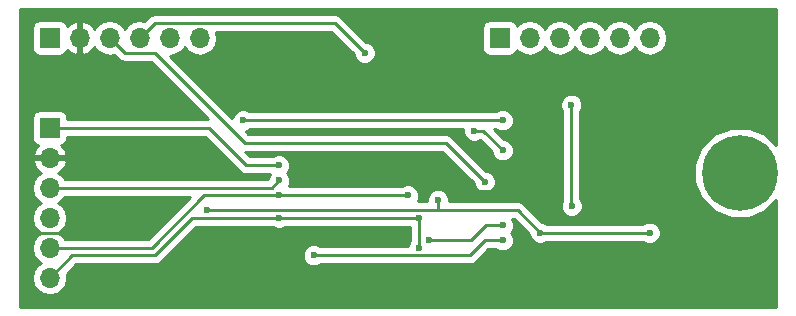
<source format=gbl>
G04 #@! TF.FileFunction,Copper,L2,Bot,Signal*
%FSLAX46Y46*%
G04 Gerber Fmt 4.6, Leading zero omitted, Abs format (unit mm)*
G04 Created by KiCad (PCBNEW 4.0.4+e1-6308~48~ubuntu15.10.1-stable) date Wed Feb  8 23:39:13 2017*
%MOMM*%
%LPD*%
G01*
G04 APERTURE LIST*
%ADD10C,0.100000*%
%ADD11R,1.700000X1.700000*%
%ADD12O,1.700000X1.700000*%
%ADD13C,6.400000*%
%ADD14C,0.600000*%
%ADD15C,0.250000*%
%ADD16C,0.254000*%
G04 APERTURE END LIST*
D10*
D11*
X147320000Y-105410000D03*
D12*
X147320000Y-107950000D03*
X147320000Y-110490000D03*
X147320000Y-113030000D03*
X147320000Y-115570000D03*
X147320000Y-118110000D03*
D11*
X185420000Y-97790000D03*
D12*
X187960000Y-97790000D03*
X190500000Y-97790000D03*
X193040000Y-97790000D03*
X195580000Y-97790000D03*
X198120000Y-97790000D03*
D11*
X147320000Y-97790000D03*
D12*
X149860000Y-97790000D03*
X152400000Y-97790000D03*
X154940000Y-97790000D03*
X157480000Y-97790000D03*
X160020000Y-97790000D03*
D13*
X205740000Y-109220000D03*
D14*
X154940000Y-114300000D03*
X145542000Y-114300000D03*
X174371000Y-114173000D03*
X170434000Y-114173000D03*
X189103000Y-106680000D03*
X179324000Y-108458000D03*
X193040000Y-115570000D03*
X195707000Y-119126000D03*
X180213000Y-111506000D03*
X198120000Y-114300000D03*
X160655000Y-112395000D03*
X188849000Y-114300000D03*
X185674000Y-107315000D03*
X183261000Y-105664000D03*
X166751000Y-108585000D03*
X191516000Y-112014000D03*
X191500000Y-103460000D03*
X179451000Y-114935000D03*
X185674000Y-113665000D03*
X166751000Y-109855000D03*
X177673000Y-111125000D03*
X166751000Y-111125000D03*
X178562000Y-115570000D03*
X178562000Y-113030000D03*
X166751000Y-113030000D03*
X184150000Y-109982000D03*
X173990000Y-99060000D03*
X163703000Y-104775000D03*
X185674000Y-104775000D03*
X185674000Y-114935000D03*
X169672000Y-116205000D03*
D15*
X145542000Y-114300000D02*
X150876000Y-114300000D01*
X154940000Y-114300000D02*
X150876000Y-114300000D01*
X174371000Y-114173000D02*
X170434000Y-114173000D01*
X189103000Y-109220000D02*
X189103000Y-106680000D01*
X189103000Y-109220000D02*
X187579000Y-110744000D01*
X187579000Y-110744000D02*
X181610000Y-110744000D01*
X181610000Y-110744000D02*
X179324000Y-108458000D01*
X195707000Y-118237000D02*
X195707000Y-119126000D01*
X195707000Y-118237000D02*
X193040000Y-115570000D01*
X180213000Y-111506000D02*
X180213000Y-112395000D01*
X180213000Y-112395000D02*
X180086000Y-112395000D01*
X188849000Y-114300000D02*
X198120000Y-114300000D01*
X160655000Y-112395000D02*
X162179000Y-112395000D01*
X186944000Y-112395000D02*
X181737000Y-112395000D01*
X181737000Y-112395000D02*
X180086000Y-112395000D01*
X180086000Y-112395000D02*
X162179000Y-112395000D01*
X188849000Y-114300000D02*
X186944000Y-112395000D01*
X162179000Y-112395000D02*
X162179000Y-112395000D01*
X183261000Y-105664000D02*
X184023000Y-105664000D01*
X184023000Y-105664000D02*
X185674000Y-107315000D01*
X147320000Y-105410000D02*
X160782000Y-105410000D01*
X163957000Y-108585000D02*
X166751000Y-108585000D01*
X160782000Y-105410000D02*
X163957000Y-108585000D01*
X166116000Y-110490000D02*
X166751000Y-109855000D01*
X191500000Y-103460000D02*
X191500000Y-111998000D01*
X191500000Y-111998000D02*
X191516000Y-112014000D01*
X191516000Y-103505000D02*
X191516000Y-103476000D01*
X191516000Y-103476000D02*
X191500000Y-103460000D01*
X179451000Y-114935000D02*
X183007000Y-114935000D01*
X183007000Y-114935000D02*
X184277000Y-113665000D01*
X184277000Y-113665000D02*
X185674000Y-113665000D01*
X147320000Y-110490000D02*
X166116000Y-110490000D01*
X147320000Y-115570000D02*
X155956000Y-115570000D01*
X166751000Y-111125000D02*
X175006000Y-111125000D01*
X175006000Y-111125000D02*
X177673000Y-111125000D01*
X160401000Y-111125000D02*
X166751000Y-111125000D01*
X155956000Y-115570000D02*
X160401000Y-111125000D01*
X178562000Y-113030000D02*
X178562000Y-115570000D01*
X166751000Y-113030000D02*
X178562000Y-113030000D01*
X147320000Y-118110000D02*
X149225000Y-116205000D01*
X159385000Y-113030000D02*
X166751000Y-113030000D01*
X156210000Y-116205000D02*
X159385000Y-113030000D01*
X149225000Y-116205000D02*
X156210000Y-116205000D01*
X163830000Y-106680000D02*
X156210000Y-99060000D01*
X163830000Y-106680000D02*
X180848000Y-106680000D01*
X180848000Y-106680000D02*
X184150000Y-109982000D01*
X153670000Y-99060000D02*
X152400000Y-97790000D01*
X156210000Y-99060000D02*
X153670000Y-99060000D01*
X156210000Y-96520000D02*
X154940000Y-97790000D01*
X171450000Y-96520000D02*
X156210000Y-96520000D01*
X173990000Y-99060000D02*
X171450000Y-96520000D01*
X183515000Y-104775000D02*
X185674000Y-104775000D01*
X163703000Y-104775000D02*
X183515000Y-104775000D01*
X184150000Y-114935000D02*
X185674000Y-114935000D01*
X182880000Y-116205000D02*
X184150000Y-114935000D01*
X176784000Y-116205000D02*
X182880000Y-116205000D01*
X169672000Y-116205000D02*
X176784000Y-116205000D01*
D16*
G36*
X208840000Y-106897168D02*
X207915189Y-105970741D01*
X206506175Y-105385667D01*
X204980518Y-105384336D01*
X203570485Y-105966950D01*
X202490741Y-107044811D01*
X201905667Y-108453825D01*
X201904336Y-109979482D01*
X202486950Y-111389515D01*
X203564811Y-112469259D01*
X204973825Y-113054333D01*
X206499482Y-113055664D01*
X207909515Y-112473050D01*
X208840000Y-111544188D01*
X208840000Y-120575000D01*
X144855000Y-120575000D01*
X144855000Y-110490000D01*
X145805907Y-110490000D01*
X145918946Y-111058285D01*
X146240853Y-111540054D01*
X146570026Y-111760000D01*
X146240853Y-111979946D01*
X145918946Y-112461715D01*
X145805907Y-113030000D01*
X145918946Y-113598285D01*
X146240853Y-114080054D01*
X146570026Y-114300000D01*
X146240853Y-114519946D01*
X145918946Y-115001715D01*
X145805907Y-115570000D01*
X145918946Y-116138285D01*
X146240853Y-116620054D01*
X146570026Y-116840000D01*
X146240853Y-117059946D01*
X145918946Y-117541715D01*
X145805907Y-118110000D01*
X145918946Y-118678285D01*
X146240853Y-119160054D01*
X146722622Y-119481961D01*
X147290907Y-119595000D01*
X147349093Y-119595000D01*
X147917378Y-119481961D01*
X148399147Y-119160054D01*
X148721054Y-118678285D01*
X148834093Y-118110000D01*
X148761210Y-117743592D01*
X149539802Y-116965000D01*
X156210000Y-116965000D01*
X156500839Y-116907148D01*
X156747401Y-116742401D01*
X159699802Y-113790000D01*
X166188537Y-113790000D01*
X166220673Y-113822192D01*
X166564201Y-113964838D01*
X166936167Y-113965162D01*
X167279943Y-113823117D01*
X167313118Y-113790000D01*
X177802000Y-113790000D01*
X177802000Y-115007537D01*
X177769808Y-115039673D01*
X177627162Y-115383201D01*
X177627108Y-115445000D01*
X170234463Y-115445000D01*
X170202327Y-115412808D01*
X169858799Y-115270162D01*
X169486833Y-115269838D01*
X169143057Y-115411883D01*
X168879808Y-115674673D01*
X168737162Y-116018201D01*
X168736838Y-116390167D01*
X168878883Y-116733943D01*
X169141673Y-116997192D01*
X169485201Y-117139838D01*
X169857167Y-117140162D01*
X170200943Y-116998117D01*
X170234118Y-116965000D01*
X182880000Y-116965000D01*
X183170839Y-116907148D01*
X183417401Y-116742401D01*
X184464802Y-115695000D01*
X185111537Y-115695000D01*
X185143673Y-115727192D01*
X185487201Y-115869838D01*
X185859167Y-115870162D01*
X186202943Y-115728117D01*
X186466192Y-115465327D01*
X186608838Y-115121799D01*
X186609162Y-114749833D01*
X186467117Y-114406057D01*
X186361290Y-114300046D01*
X186466192Y-114195327D01*
X186608838Y-113851799D01*
X186609162Y-113479833D01*
X186474944Y-113155000D01*
X186629198Y-113155000D01*
X187913878Y-114439680D01*
X187913838Y-114485167D01*
X188055883Y-114828943D01*
X188318673Y-115092192D01*
X188662201Y-115234838D01*
X189034167Y-115235162D01*
X189377943Y-115093117D01*
X189411118Y-115060000D01*
X197557537Y-115060000D01*
X197589673Y-115092192D01*
X197933201Y-115234838D01*
X198305167Y-115235162D01*
X198648943Y-115093117D01*
X198912192Y-114830327D01*
X199054838Y-114486799D01*
X199055162Y-114114833D01*
X198913117Y-113771057D01*
X198650327Y-113507808D01*
X198306799Y-113365162D01*
X197934833Y-113364838D01*
X197591057Y-113506883D01*
X197557882Y-113540000D01*
X189411463Y-113540000D01*
X189379327Y-113507808D01*
X189035799Y-113365162D01*
X188988923Y-113365121D01*
X187481401Y-111857599D01*
X187234839Y-111692852D01*
X186944000Y-111635000D01*
X181147888Y-111635000D01*
X181148162Y-111320833D01*
X181006117Y-110977057D01*
X180743327Y-110713808D01*
X180399799Y-110571162D01*
X180027833Y-110570838D01*
X179684057Y-110712883D01*
X179420808Y-110975673D01*
X179278162Y-111319201D01*
X179277887Y-111635000D01*
X178473633Y-111635000D01*
X178607838Y-111311799D01*
X178608162Y-110939833D01*
X178466117Y-110596057D01*
X178203327Y-110332808D01*
X177859799Y-110190162D01*
X177487833Y-110189838D01*
X177144057Y-110331883D01*
X177110882Y-110365000D01*
X167551633Y-110365000D01*
X167685838Y-110041799D01*
X167686162Y-109669833D01*
X167544117Y-109326057D01*
X167438290Y-109220046D01*
X167543192Y-109115327D01*
X167685838Y-108771799D01*
X167686162Y-108399833D01*
X167544117Y-108056057D01*
X167281327Y-107792808D01*
X166937799Y-107650162D01*
X166565833Y-107649838D01*
X166222057Y-107791883D01*
X166188882Y-107825000D01*
X164271802Y-107825000D01*
X163886802Y-107440000D01*
X180533198Y-107440000D01*
X183214878Y-110121680D01*
X183214838Y-110167167D01*
X183356883Y-110510943D01*
X183619673Y-110774192D01*
X183963201Y-110916838D01*
X184335167Y-110917162D01*
X184678943Y-110775117D01*
X184942192Y-110512327D01*
X185084838Y-110168799D01*
X185085162Y-109796833D01*
X184943117Y-109453057D01*
X184680327Y-109189808D01*
X184336799Y-109047162D01*
X184289923Y-109047121D01*
X181385401Y-106142599D01*
X181138839Y-105977852D01*
X180848000Y-105920000D01*
X164144802Y-105920000D01*
X163921281Y-105696479D01*
X164231943Y-105568117D01*
X164265118Y-105535000D01*
X182326112Y-105535000D01*
X182325838Y-105849167D01*
X182467883Y-106192943D01*
X182730673Y-106456192D01*
X183074201Y-106598838D01*
X183446167Y-106599162D01*
X183755533Y-106471335D01*
X184738878Y-107454680D01*
X184738838Y-107500167D01*
X184880883Y-107843943D01*
X185143673Y-108107192D01*
X185487201Y-108249838D01*
X185859167Y-108250162D01*
X186202943Y-108108117D01*
X186466192Y-107845327D01*
X186608838Y-107501799D01*
X186609162Y-107129833D01*
X186467117Y-106786057D01*
X186204327Y-106522808D01*
X185860799Y-106380162D01*
X185813923Y-106380121D01*
X184968802Y-105535000D01*
X185111537Y-105535000D01*
X185143673Y-105567192D01*
X185487201Y-105709838D01*
X185859167Y-105710162D01*
X186202943Y-105568117D01*
X186466192Y-105305327D01*
X186608838Y-104961799D01*
X186609162Y-104589833D01*
X186467117Y-104246057D01*
X186204327Y-103982808D01*
X185860799Y-103840162D01*
X185488833Y-103839838D01*
X185145057Y-103981883D01*
X185111882Y-104015000D01*
X164265463Y-104015000D01*
X164233327Y-103982808D01*
X163889799Y-103840162D01*
X163517833Y-103839838D01*
X163174057Y-103981883D01*
X162910808Y-104244673D01*
X162781319Y-104556517D01*
X161869969Y-103645167D01*
X190564838Y-103645167D01*
X190706883Y-103988943D01*
X190740000Y-104022118D01*
X190740000Y-111467509D01*
X190723808Y-111483673D01*
X190581162Y-111827201D01*
X190580838Y-112199167D01*
X190722883Y-112542943D01*
X190985673Y-112806192D01*
X191329201Y-112948838D01*
X191701167Y-112949162D01*
X192044943Y-112807117D01*
X192308192Y-112544327D01*
X192450838Y-112200799D01*
X192451162Y-111828833D01*
X192309117Y-111485057D01*
X192260000Y-111435854D01*
X192260000Y-104022463D01*
X192292192Y-103990327D01*
X192434838Y-103646799D01*
X192435162Y-103274833D01*
X192293117Y-102931057D01*
X192030327Y-102667808D01*
X191686799Y-102525162D01*
X191314833Y-102524838D01*
X190971057Y-102666883D01*
X190707808Y-102929673D01*
X190565162Y-103273201D01*
X190564838Y-103645167D01*
X161869969Y-103645167D01*
X157520783Y-99295981D01*
X158048285Y-99191054D01*
X158530054Y-98869147D01*
X158750000Y-98539974D01*
X158969946Y-98869147D01*
X159451715Y-99191054D01*
X160020000Y-99304093D01*
X160588285Y-99191054D01*
X161070054Y-98869147D01*
X161391961Y-98387378D01*
X161505000Y-97819093D01*
X161505000Y-97760907D01*
X161409342Y-97280000D01*
X171135198Y-97280000D01*
X173054878Y-99199680D01*
X173054838Y-99245167D01*
X173196883Y-99588943D01*
X173459673Y-99852192D01*
X173803201Y-99994838D01*
X174175167Y-99995162D01*
X174518943Y-99853117D01*
X174782192Y-99590327D01*
X174924838Y-99246799D01*
X174925162Y-98874833D01*
X174783117Y-98531057D01*
X174520327Y-98267808D01*
X174176799Y-98125162D01*
X174129923Y-98125121D01*
X172944802Y-96940000D01*
X183922560Y-96940000D01*
X183922560Y-98640000D01*
X183966838Y-98875317D01*
X184105910Y-99091441D01*
X184318110Y-99236431D01*
X184570000Y-99287440D01*
X186270000Y-99287440D01*
X186505317Y-99243162D01*
X186721441Y-99104090D01*
X186866431Y-98891890D01*
X186880086Y-98824459D01*
X186909946Y-98869147D01*
X187391715Y-99191054D01*
X187960000Y-99304093D01*
X188528285Y-99191054D01*
X189010054Y-98869147D01*
X189230000Y-98539974D01*
X189449946Y-98869147D01*
X189931715Y-99191054D01*
X190500000Y-99304093D01*
X191068285Y-99191054D01*
X191550054Y-98869147D01*
X191770000Y-98539974D01*
X191989946Y-98869147D01*
X192471715Y-99191054D01*
X193040000Y-99304093D01*
X193608285Y-99191054D01*
X194090054Y-98869147D01*
X194310000Y-98539974D01*
X194529946Y-98869147D01*
X195011715Y-99191054D01*
X195580000Y-99304093D01*
X196148285Y-99191054D01*
X196630054Y-98869147D01*
X196850000Y-98539974D01*
X197069946Y-98869147D01*
X197551715Y-99191054D01*
X198120000Y-99304093D01*
X198688285Y-99191054D01*
X199170054Y-98869147D01*
X199491961Y-98387378D01*
X199605000Y-97819093D01*
X199605000Y-97760907D01*
X199491961Y-97192622D01*
X199170054Y-96710853D01*
X198688285Y-96388946D01*
X198120000Y-96275907D01*
X197551715Y-96388946D01*
X197069946Y-96710853D01*
X196850000Y-97040026D01*
X196630054Y-96710853D01*
X196148285Y-96388946D01*
X195580000Y-96275907D01*
X195011715Y-96388946D01*
X194529946Y-96710853D01*
X194310000Y-97040026D01*
X194090054Y-96710853D01*
X193608285Y-96388946D01*
X193040000Y-96275907D01*
X192471715Y-96388946D01*
X191989946Y-96710853D01*
X191770000Y-97040026D01*
X191550054Y-96710853D01*
X191068285Y-96388946D01*
X190500000Y-96275907D01*
X189931715Y-96388946D01*
X189449946Y-96710853D01*
X189230000Y-97040026D01*
X189010054Y-96710853D01*
X188528285Y-96388946D01*
X187960000Y-96275907D01*
X187391715Y-96388946D01*
X186909946Y-96710853D01*
X186882150Y-96752452D01*
X186873162Y-96704683D01*
X186734090Y-96488559D01*
X186521890Y-96343569D01*
X186270000Y-96292560D01*
X184570000Y-96292560D01*
X184334683Y-96336838D01*
X184118559Y-96475910D01*
X183973569Y-96688110D01*
X183922560Y-96940000D01*
X172944802Y-96940000D01*
X171987401Y-95982599D01*
X171740839Y-95817852D01*
X171450000Y-95760000D01*
X156210000Y-95760000D01*
X155919160Y-95817852D01*
X155672599Y-95982599D01*
X155306408Y-96348790D01*
X154940000Y-96275907D01*
X154371715Y-96388946D01*
X153889946Y-96710853D01*
X153670000Y-97040026D01*
X153450054Y-96710853D01*
X152968285Y-96388946D01*
X152400000Y-96275907D01*
X151831715Y-96388946D01*
X151349946Y-96710853D01*
X151122298Y-97051553D01*
X151055183Y-96908642D01*
X150626924Y-96518355D01*
X150216890Y-96348524D01*
X149987000Y-96469845D01*
X149987000Y-97663000D01*
X150007000Y-97663000D01*
X150007000Y-97917000D01*
X149987000Y-97917000D01*
X149987000Y-99110155D01*
X150216890Y-99231476D01*
X150626924Y-99061645D01*
X151055183Y-98671358D01*
X151122298Y-98528447D01*
X151349946Y-98869147D01*
X151831715Y-99191054D01*
X152400000Y-99304093D01*
X152766408Y-99231210D01*
X153132599Y-99597401D01*
X153379160Y-99762148D01*
X153670000Y-99820000D01*
X155895198Y-99820000D01*
X160725198Y-104650000D01*
X148817440Y-104650000D01*
X148817440Y-104560000D01*
X148773162Y-104324683D01*
X148634090Y-104108559D01*
X148421890Y-103963569D01*
X148170000Y-103912560D01*
X146470000Y-103912560D01*
X146234683Y-103956838D01*
X146018559Y-104095910D01*
X145873569Y-104308110D01*
X145822560Y-104560000D01*
X145822560Y-106260000D01*
X145866838Y-106495317D01*
X146005910Y-106711441D01*
X146218110Y-106856431D01*
X146326107Y-106878301D01*
X146048355Y-107183076D01*
X145878524Y-107593110D01*
X145999845Y-107823000D01*
X147193000Y-107823000D01*
X147193000Y-107803000D01*
X147447000Y-107803000D01*
X147447000Y-107823000D01*
X148640155Y-107823000D01*
X148761476Y-107593110D01*
X148591645Y-107183076D01*
X148315499Y-106880063D01*
X148405317Y-106863162D01*
X148621441Y-106724090D01*
X148766431Y-106511890D01*
X148817440Y-106260000D01*
X148817440Y-106170000D01*
X160467198Y-106170000D01*
X163419599Y-109122401D01*
X163666161Y-109287148D01*
X163957000Y-109345000D01*
X165950367Y-109345000D01*
X165816162Y-109668201D01*
X165816121Y-109715077D01*
X165801198Y-109730000D01*
X148592954Y-109730000D01*
X148399147Y-109439946D01*
X148058447Y-109212298D01*
X148201358Y-109145183D01*
X148591645Y-108716924D01*
X148761476Y-108306890D01*
X148640155Y-108077000D01*
X147447000Y-108077000D01*
X147447000Y-108097000D01*
X147193000Y-108097000D01*
X147193000Y-108077000D01*
X145999845Y-108077000D01*
X145878524Y-108306890D01*
X146048355Y-108716924D01*
X146438642Y-109145183D01*
X146581553Y-109212298D01*
X146240853Y-109439946D01*
X145918946Y-109921715D01*
X145805907Y-110490000D01*
X144855000Y-110490000D01*
X144855000Y-96940000D01*
X145822560Y-96940000D01*
X145822560Y-98640000D01*
X145866838Y-98875317D01*
X146005910Y-99091441D01*
X146218110Y-99236431D01*
X146470000Y-99287440D01*
X148170000Y-99287440D01*
X148405317Y-99243162D01*
X148621441Y-99104090D01*
X148766431Y-98891890D01*
X148788301Y-98783893D01*
X149093076Y-99061645D01*
X149503110Y-99231476D01*
X149733000Y-99110155D01*
X149733000Y-97917000D01*
X149713000Y-97917000D01*
X149713000Y-97663000D01*
X149733000Y-97663000D01*
X149733000Y-96469845D01*
X149503110Y-96348524D01*
X149093076Y-96518355D01*
X148790063Y-96794501D01*
X148773162Y-96704683D01*
X148634090Y-96488559D01*
X148421890Y-96343569D01*
X148170000Y-96292560D01*
X146470000Y-96292560D01*
X146234683Y-96336838D01*
X146018559Y-96475910D01*
X145873569Y-96688110D01*
X145822560Y-96940000D01*
X144855000Y-96940000D01*
X144855000Y-95325000D01*
X208840000Y-95325000D01*
X208840000Y-106897168D01*
X208840000Y-106897168D01*
G37*
X208840000Y-106897168D02*
X207915189Y-105970741D01*
X206506175Y-105385667D01*
X204980518Y-105384336D01*
X203570485Y-105966950D01*
X202490741Y-107044811D01*
X201905667Y-108453825D01*
X201904336Y-109979482D01*
X202486950Y-111389515D01*
X203564811Y-112469259D01*
X204973825Y-113054333D01*
X206499482Y-113055664D01*
X207909515Y-112473050D01*
X208840000Y-111544188D01*
X208840000Y-120575000D01*
X144855000Y-120575000D01*
X144855000Y-110490000D01*
X145805907Y-110490000D01*
X145918946Y-111058285D01*
X146240853Y-111540054D01*
X146570026Y-111760000D01*
X146240853Y-111979946D01*
X145918946Y-112461715D01*
X145805907Y-113030000D01*
X145918946Y-113598285D01*
X146240853Y-114080054D01*
X146570026Y-114300000D01*
X146240853Y-114519946D01*
X145918946Y-115001715D01*
X145805907Y-115570000D01*
X145918946Y-116138285D01*
X146240853Y-116620054D01*
X146570026Y-116840000D01*
X146240853Y-117059946D01*
X145918946Y-117541715D01*
X145805907Y-118110000D01*
X145918946Y-118678285D01*
X146240853Y-119160054D01*
X146722622Y-119481961D01*
X147290907Y-119595000D01*
X147349093Y-119595000D01*
X147917378Y-119481961D01*
X148399147Y-119160054D01*
X148721054Y-118678285D01*
X148834093Y-118110000D01*
X148761210Y-117743592D01*
X149539802Y-116965000D01*
X156210000Y-116965000D01*
X156500839Y-116907148D01*
X156747401Y-116742401D01*
X159699802Y-113790000D01*
X166188537Y-113790000D01*
X166220673Y-113822192D01*
X166564201Y-113964838D01*
X166936167Y-113965162D01*
X167279943Y-113823117D01*
X167313118Y-113790000D01*
X177802000Y-113790000D01*
X177802000Y-115007537D01*
X177769808Y-115039673D01*
X177627162Y-115383201D01*
X177627108Y-115445000D01*
X170234463Y-115445000D01*
X170202327Y-115412808D01*
X169858799Y-115270162D01*
X169486833Y-115269838D01*
X169143057Y-115411883D01*
X168879808Y-115674673D01*
X168737162Y-116018201D01*
X168736838Y-116390167D01*
X168878883Y-116733943D01*
X169141673Y-116997192D01*
X169485201Y-117139838D01*
X169857167Y-117140162D01*
X170200943Y-116998117D01*
X170234118Y-116965000D01*
X182880000Y-116965000D01*
X183170839Y-116907148D01*
X183417401Y-116742401D01*
X184464802Y-115695000D01*
X185111537Y-115695000D01*
X185143673Y-115727192D01*
X185487201Y-115869838D01*
X185859167Y-115870162D01*
X186202943Y-115728117D01*
X186466192Y-115465327D01*
X186608838Y-115121799D01*
X186609162Y-114749833D01*
X186467117Y-114406057D01*
X186361290Y-114300046D01*
X186466192Y-114195327D01*
X186608838Y-113851799D01*
X186609162Y-113479833D01*
X186474944Y-113155000D01*
X186629198Y-113155000D01*
X187913878Y-114439680D01*
X187913838Y-114485167D01*
X188055883Y-114828943D01*
X188318673Y-115092192D01*
X188662201Y-115234838D01*
X189034167Y-115235162D01*
X189377943Y-115093117D01*
X189411118Y-115060000D01*
X197557537Y-115060000D01*
X197589673Y-115092192D01*
X197933201Y-115234838D01*
X198305167Y-115235162D01*
X198648943Y-115093117D01*
X198912192Y-114830327D01*
X199054838Y-114486799D01*
X199055162Y-114114833D01*
X198913117Y-113771057D01*
X198650327Y-113507808D01*
X198306799Y-113365162D01*
X197934833Y-113364838D01*
X197591057Y-113506883D01*
X197557882Y-113540000D01*
X189411463Y-113540000D01*
X189379327Y-113507808D01*
X189035799Y-113365162D01*
X188988923Y-113365121D01*
X187481401Y-111857599D01*
X187234839Y-111692852D01*
X186944000Y-111635000D01*
X181147888Y-111635000D01*
X181148162Y-111320833D01*
X181006117Y-110977057D01*
X180743327Y-110713808D01*
X180399799Y-110571162D01*
X180027833Y-110570838D01*
X179684057Y-110712883D01*
X179420808Y-110975673D01*
X179278162Y-111319201D01*
X179277887Y-111635000D01*
X178473633Y-111635000D01*
X178607838Y-111311799D01*
X178608162Y-110939833D01*
X178466117Y-110596057D01*
X178203327Y-110332808D01*
X177859799Y-110190162D01*
X177487833Y-110189838D01*
X177144057Y-110331883D01*
X177110882Y-110365000D01*
X167551633Y-110365000D01*
X167685838Y-110041799D01*
X167686162Y-109669833D01*
X167544117Y-109326057D01*
X167438290Y-109220046D01*
X167543192Y-109115327D01*
X167685838Y-108771799D01*
X167686162Y-108399833D01*
X167544117Y-108056057D01*
X167281327Y-107792808D01*
X166937799Y-107650162D01*
X166565833Y-107649838D01*
X166222057Y-107791883D01*
X166188882Y-107825000D01*
X164271802Y-107825000D01*
X163886802Y-107440000D01*
X180533198Y-107440000D01*
X183214878Y-110121680D01*
X183214838Y-110167167D01*
X183356883Y-110510943D01*
X183619673Y-110774192D01*
X183963201Y-110916838D01*
X184335167Y-110917162D01*
X184678943Y-110775117D01*
X184942192Y-110512327D01*
X185084838Y-110168799D01*
X185085162Y-109796833D01*
X184943117Y-109453057D01*
X184680327Y-109189808D01*
X184336799Y-109047162D01*
X184289923Y-109047121D01*
X181385401Y-106142599D01*
X181138839Y-105977852D01*
X180848000Y-105920000D01*
X164144802Y-105920000D01*
X163921281Y-105696479D01*
X164231943Y-105568117D01*
X164265118Y-105535000D01*
X182326112Y-105535000D01*
X182325838Y-105849167D01*
X182467883Y-106192943D01*
X182730673Y-106456192D01*
X183074201Y-106598838D01*
X183446167Y-106599162D01*
X183755533Y-106471335D01*
X184738878Y-107454680D01*
X184738838Y-107500167D01*
X184880883Y-107843943D01*
X185143673Y-108107192D01*
X185487201Y-108249838D01*
X185859167Y-108250162D01*
X186202943Y-108108117D01*
X186466192Y-107845327D01*
X186608838Y-107501799D01*
X186609162Y-107129833D01*
X186467117Y-106786057D01*
X186204327Y-106522808D01*
X185860799Y-106380162D01*
X185813923Y-106380121D01*
X184968802Y-105535000D01*
X185111537Y-105535000D01*
X185143673Y-105567192D01*
X185487201Y-105709838D01*
X185859167Y-105710162D01*
X186202943Y-105568117D01*
X186466192Y-105305327D01*
X186608838Y-104961799D01*
X186609162Y-104589833D01*
X186467117Y-104246057D01*
X186204327Y-103982808D01*
X185860799Y-103840162D01*
X185488833Y-103839838D01*
X185145057Y-103981883D01*
X185111882Y-104015000D01*
X164265463Y-104015000D01*
X164233327Y-103982808D01*
X163889799Y-103840162D01*
X163517833Y-103839838D01*
X163174057Y-103981883D01*
X162910808Y-104244673D01*
X162781319Y-104556517D01*
X161869969Y-103645167D01*
X190564838Y-103645167D01*
X190706883Y-103988943D01*
X190740000Y-104022118D01*
X190740000Y-111467509D01*
X190723808Y-111483673D01*
X190581162Y-111827201D01*
X190580838Y-112199167D01*
X190722883Y-112542943D01*
X190985673Y-112806192D01*
X191329201Y-112948838D01*
X191701167Y-112949162D01*
X192044943Y-112807117D01*
X192308192Y-112544327D01*
X192450838Y-112200799D01*
X192451162Y-111828833D01*
X192309117Y-111485057D01*
X192260000Y-111435854D01*
X192260000Y-104022463D01*
X192292192Y-103990327D01*
X192434838Y-103646799D01*
X192435162Y-103274833D01*
X192293117Y-102931057D01*
X192030327Y-102667808D01*
X191686799Y-102525162D01*
X191314833Y-102524838D01*
X190971057Y-102666883D01*
X190707808Y-102929673D01*
X190565162Y-103273201D01*
X190564838Y-103645167D01*
X161869969Y-103645167D01*
X157520783Y-99295981D01*
X158048285Y-99191054D01*
X158530054Y-98869147D01*
X158750000Y-98539974D01*
X158969946Y-98869147D01*
X159451715Y-99191054D01*
X160020000Y-99304093D01*
X160588285Y-99191054D01*
X161070054Y-98869147D01*
X161391961Y-98387378D01*
X161505000Y-97819093D01*
X161505000Y-97760907D01*
X161409342Y-97280000D01*
X171135198Y-97280000D01*
X173054878Y-99199680D01*
X173054838Y-99245167D01*
X173196883Y-99588943D01*
X173459673Y-99852192D01*
X173803201Y-99994838D01*
X174175167Y-99995162D01*
X174518943Y-99853117D01*
X174782192Y-99590327D01*
X174924838Y-99246799D01*
X174925162Y-98874833D01*
X174783117Y-98531057D01*
X174520327Y-98267808D01*
X174176799Y-98125162D01*
X174129923Y-98125121D01*
X172944802Y-96940000D01*
X183922560Y-96940000D01*
X183922560Y-98640000D01*
X183966838Y-98875317D01*
X184105910Y-99091441D01*
X184318110Y-99236431D01*
X184570000Y-99287440D01*
X186270000Y-99287440D01*
X186505317Y-99243162D01*
X186721441Y-99104090D01*
X186866431Y-98891890D01*
X186880086Y-98824459D01*
X186909946Y-98869147D01*
X187391715Y-99191054D01*
X187960000Y-99304093D01*
X188528285Y-99191054D01*
X189010054Y-98869147D01*
X189230000Y-98539974D01*
X189449946Y-98869147D01*
X189931715Y-99191054D01*
X190500000Y-99304093D01*
X191068285Y-99191054D01*
X191550054Y-98869147D01*
X191770000Y-98539974D01*
X191989946Y-98869147D01*
X192471715Y-99191054D01*
X193040000Y-99304093D01*
X193608285Y-99191054D01*
X194090054Y-98869147D01*
X194310000Y-98539974D01*
X194529946Y-98869147D01*
X195011715Y-99191054D01*
X195580000Y-99304093D01*
X196148285Y-99191054D01*
X196630054Y-98869147D01*
X196850000Y-98539974D01*
X197069946Y-98869147D01*
X197551715Y-99191054D01*
X198120000Y-99304093D01*
X198688285Y-99191054D01*
X199170054Y-98869147D01*
X199491961Y-98387378D01*
X199605000Y-97819093D01*
X199605000Y-97760907D01*
X199491961Y-97192622D01*
X199170054Y-96710853D01*
X198688285Y-96388946D01*
X198120000Y-96275907D01*
X197551715Y-96388946D01*
X197069946Y-96710853D01*
X196850000Y-97040026D01*
X196630054Y-96710853D01*
X196148285Y-96388946D01*
X195580000Y-96275907D01*
X195011715Y-96388946D01*
X194529946Y-96710853D01*
X194310000Y-97040026D01*
X194090054Y-96710853D01*
X193608285Y-96388946D01*
X193040000Y-96275907D01*
X192471715Y-96388946D01*
X191989946Y-96710853D01*
X191770000Y-97040026D01*
X191550054Y-96710853D01*
X191068285Y-96388946D01*
X190500000Y-96275907D01*
X189931715Y-96388946D01*
X189449946Y-96710853D01*
X189230000Y-97040026D01*
X189010054Y-96710853D01*
X188528285Y-96388946D01*
X187960000Y-96275907D01*
X187391715Y-96388946D01*
X186909946Y-96710853D01*
X186882150Y-96752452D01*
X186873162Y-96704683D01*
X186734090Y-96488559D01*
X186521890Y-96343569D01*
X186270000Y-96292560D01*
X184570000Y-96292560D01*
X184334683Y-96336838D01*
X184118559Y-96475910D01*
X183973569Y-96688110D01*
X183922560Y-96940000D01*
X172944802Y-96940000D01*
X171987401Y-95982599D01*
X171740839Y-95817852D01*
X171450000Y-95760000D01*
X156210000Y-95760000D01*
X155919160Y-95817852D01*
X155672599Y-95982599D01*
X155306408Y-96348790D01*
X154940000Y-96275907D01*
X154371715Y-96388946D01*
X153889946Y-96710853D01*
X153670000Y-97040026D01*
X153450054Y-96710853D01*
X152968285Y-96388946D01*
X152400000Y-96275907D01*
X151831715Y-96388946D01*
X151349946Y-96710853D01*
X151122298Y-97051553D01*
X151055183Y-96908642D01*
X150626924Y-96518355D01*
X150216890Y-96348524D01*
X149987000Y-96469845D01*
X149987000Y-97663000D01*
X150007000Y-97663000D01*
X150007000Y-97917000D01*
X149987000Y-97917000D01*
X149987000Y-99110155D01*
X150216890Y-99231476D01*
X150626924Y-99061645D01*
X151055183Y-98671358D01*
X151122298Y-98528447D01*
X151349946Y-98869147D01*
X151831715Y-99191054D01*
X152400000Y-99304093D01*
X152766408Y-99231210D01*
X153132599Y-99597401D01*
X153379160Y-99762148D01*
X153670000Y-99820000D01*
X155895198Y-99820000D01*
X160725198Y-104650000D01*
X148817440Y-104650000D01*
X148817440Y-104560000D01*
X148773162Y-104324683D01*
X148634090Y-104108559D01*
X148421890Y-103963569D01*
X148170000Y-103912560D01*
X146470000Y-103912560D01*
X146234683Y-103956838D01*
X146018559Y-104095910D01*
X145873569Y-104308110D01*
X145822560Y-104560000D01*
X145822560Y-106260000D01*
X145866838Y-106495317D01*
X146005910Y-106711441D01*
X146218110Y-106856431D01*
X146326107Y-106878301D01*
X146048355Y-107183076D01*
X145878524Y-107593110D01*
X145999845Y-107823000D01*
X147193000Y-107823000D01*
X147193000Y-107803000D01*
X147447000Y-107803000D01*
X147447000Y-107823000D01*
X148640155Y-107823000D01*
X148761476Y-107593110D01*
X148591645Y-107183076D01*
X148315499Y-106880063D01*
X148405317Y-106863162D01*
X148621441Y-106724090D01*
X148766431Y-106511890D01*
X148817440Y-106260000D01*
X148817440Y-106170000D01*
X160467198Y-106170000D01*
X163419599Y-109122401D01*
X163666161Y-109287148D01*
X163957000Y-109345000D01*
X165950367Y-109345000D01*
X165816162Y-109668201D01*
X165816121Y-109715077D01*
X165801198Y-109730000D01*
X148592954Y-109730000D01*
X148399147Y-109439946D01*
X148058447Y-109212298D01*
X148201358Y-109145183D01*
X148591645Y-108716924D01*
X148761476Y-108306890D01*
X148640155Y-108077000D01*
X147447000Y-108077000D01*
X147447000Y-108097000D01*
X147193000Y-108097000D01*
X147193000Y-108077000D01*
X145999845Y-108077000D01*
X145878524Y-108306890D01*
X146048355Y-108716924D01*
X146438642Y-109145183D01*
X146581553Y-109212298D01*
X146240853Y-109439946D01*
X145918946Y-109921715D01*
X145805907Y-110490000D01*
X144855000Y-110490000D01*
X144855000Y-96940000D01*
X145822560Y-96940000D01*
X145822560Y-98640000D01*
X145866838Y-98875317D01*
X146005910Y-99091441D01*
X146218110Y-99236431D01*
X146470000Y-99287440D01*
X148170000Y-99287440D01*
X148405317Y-99243162D01*
X148621441Y-99104090D01*
X148766431Y-98891890D01*
X148788301Y-98783893D01*
X149093076Y-99061645D01*
X149503110Y-99231476D01*
X149733000Y-99110155D01*
X149733000Y-97917000D01*
X149713000Y-97917000D01*
X149713000Y-97663000D01*
X149733000Y-97663000D01*
X149733000Y-96469845D01*
X149503110Y-96348524D01*
X149093076Y-96518355D01*
X148790063Y-96794501D01*
X148773162Y-96704683D01*
X148634090Y-96488559D01*
X148421890Y-96343569D01*
X148170000Y-96292560D01*
X146470000Y-96292560D01*
X146234683Y-96336838D01*
X146018559Y-96475910D01*
X145873569Y-96688110D01*
X145822560Y-96940000D01*
X144855000Y-96940000D01*
X144855000Y-95325000D01*
X208840000Y-95325000D01*
X208840000Y-106897168D01*
G36*
X155641198Y-114810000D02*
X148592954Y-114810000D01*
X148399147Y-114519946D01*
X148069974Y-114300000D01*
X148399147Y-114080054D01*
X148721054Y-113598285D01*
X148834093Y-113030000D01*
X148721054Y-112461715D01*
X148399147Y-111979946D01*
X148069974Y-111760000D01*
X148399147Y-111540054D01*
X148592954Y-111250000D01*
X159201198Y-111250000D01*
X155641198Y-114810000D01*
X155641198Y-114810000D01*
G37*
X155641198Y-114810000D02*
X148592954Y-114810000D01*
X148399147Y-114519946D01*
X148069974Y-114300000D01*
X148399147Y-114080054D01*
X148721054Y-113598285D01*
X148834093Y-113030000D01*
X148721054Y-112461715D01*
X148399147Y-111979946D01*
X148069974Y-111760000D01*
X148399147Y-111540054D01*
X148592954Y-111250000D01*
X159201198Y-111250000D01*
X155641198Y-114810000D01*
M02*

</source>
